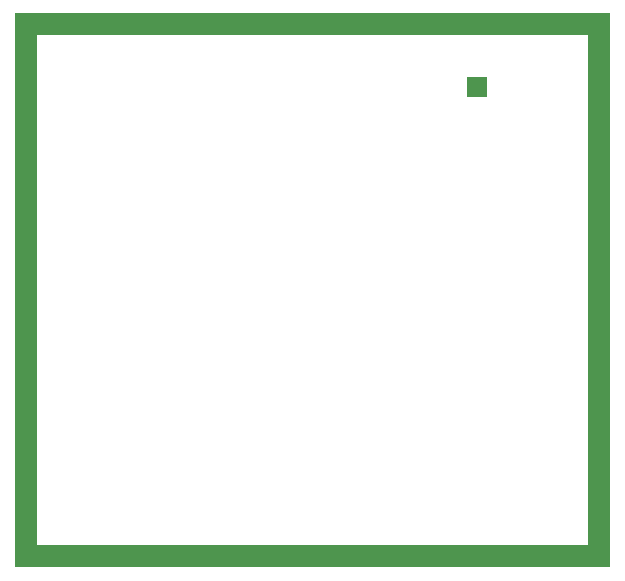
<source format=gbs>
G04 #@! TF.FileFunction,Soldermask,Bot*
%FSLAX46Y46*%
G04 Gerber Fmt 4.6, Leading zero omitted, Abs format (unit mm)*
G04 Created by KiCad (PCBNEW (2016-01-30 BZR 6528, Git 351752f)-product) date Thu 07 Jul 2016 01:24:39 AM CEST*
%MOMM*%
G01*
G04 APERTURE LIST*
%ADD10C,0.100000*%
%ADD11R,1.797000X1.797000*%
%ADD12R,1.900000X1.900000*%
%ADD13R,2.400000X1.900000*%
G04 APERTURE END LIST*
D10*
D11*
X154940000Y-89535000D03*
D12*
X163750000Y-84250000D03*
X162250000Y-84250000D03*
X160750000Y-84250000D03*
X159250000Y-84250000D03*
X157750000Y-84250000D03*
X156250000Y-84250000D03*
X154750000Y-84250000D03*
X153250000Y-84250000D03*
X151750000Y-84250000D03*
X150250000Y-84250000D03*
X148750000Y-84250000D03*
X147250000Y-84250000D03*
X145750000Y-84250000D03*
X144250000Y-84250000D03*
X142750000Y-84250000D03*
X118250000Y-84250000D03*
X119750000Y-84250000D03*
X121250000Y-84250000D03*
X122750000Y-84250000D03*
X124250000Y-84250000D03*
X125750000Y-84250000D03*
X127250000Y-84250000D03*
X128750000Y-84250000D03*
X130250000Y-84250000D03*
X131750000Y-84250000D03*
X133250000Y-84250000D03*
X134750000Y-84250000D03*
X136250000Y-84250000D03*
X137750000Y-84250000D03*
X139250000Y-84250000D03*
D13*
X141000000Y-84250000D03*
D12*
X165250000Y-129250000D03*
X165250000Y-127750000D03*
X165250000Y-126250000D03*
X165250000Y-124750000D03*
X165250000Y-123250000D03*
X165250000Y-121750000D03*
X165250000Y-120250000D03*
X165250000Y-118750000D03*
X165250000Y-117250000D03*
X165250000Y-115750000D03*
X165250000Y-114250000D03*
X165250000Y-112750000D03*
X165250000Y-111250000D03*
X165250000Y-109750000D03*
X165250000Y-108250000D03*
X165250000Y-106750000D03*
X165250000Y-105250000D03*
X165250000Y-103750000D03*
X165250000Y-102250000D03*
X165250000Y-100750000D03*
X165250000Y-99250000D03*
X165250000Y-97750000D03*
X165250000Y-96250000D03*
X165250000Y-94750000D03*
X165250000Y-93250000D03*
X165250000Y-91750000D03*
X165250000Y-90250000D03*
X165250000Y-88750000D03*
X165250000Y-87250000D03*
X165250000Y-85750000D03*
X165250000Y-84250000D03*
X116750000Y-84250000D03*
X116750000Y-85750000D03*
X116750000Y-87250000D03*
X116750000Y-88750000D03*
X116750000Y-90250000D03*
X116750000Y-91750000D03*
X116750000Y-93250000D03*
X116750000Y-94750000D03*
X116750000Y-96250000D03*
X116750000Y-97750000D03*
X116750000Y-99250000D03*
X116750000Y-100750000D03*
X116750000Y-102250000D03*
X116750000Y-103750000D03*
X116750000Y-105250000D03*
X116750000Y-106750000D03*
X116750000Y-108250000D03*
X116750000Y-109750000D03*
X116750000Y-111250000D03*
X116750000Y-112750000D03*
X116750000Y-114250000D03*
X116750000Y-115750000D03*
X116750000Y-117250000D03*
X116750000Y-118750000D03*
X116750000Y-120250000D03*
X116750000Y-121750000D03*
X116750000Y-123250000D03*
X116750000Y-124750000D03*
X116750000Y-126250000D03*
X116750000Y-127750000D03*
X116750000Y-129250000D03*
D13*
X141000000Y-129250000D03*
D12*
X139250000Y-129250000D03*
X137750000Y-129250000D03*
X136250000Y-129250000D03*
X134750000Y-129250000D03*
X133250000Y-129250000D03*
X131750000Y-129250000D03*
X130250000Y-129250000D03*
X128750000Y-129250000D03*
X127250000Y-129250000D03*
X125750000Y-129250000D03*
X124250000Y-129250000D03*
X122750000Y-129250000D03*
X121250000Y-129250000D03*
X119750000Y-129250000D03*
X118250000Y-129250000D03*
X142750000Y-129250000D03*
X144250000Y-129250000D03*
X145750000Y-129250000D03*
X147250000Y-129250000D03*
X148750000Y-129250000D03*
X150250000Y-129250000D03*
X151750000Y-129250000D03*
X153250000Y-129250000D03*
X154750000Y-129250000D03*
X156250000Y-129250000D03*
X157750000Y-129250000D03*
X159250000Y-129250000D03*
X160750000Y-129250000D03*
X162250000Y-129250000D03*
X163750000Y-129250000D03*
M02*

</source>
